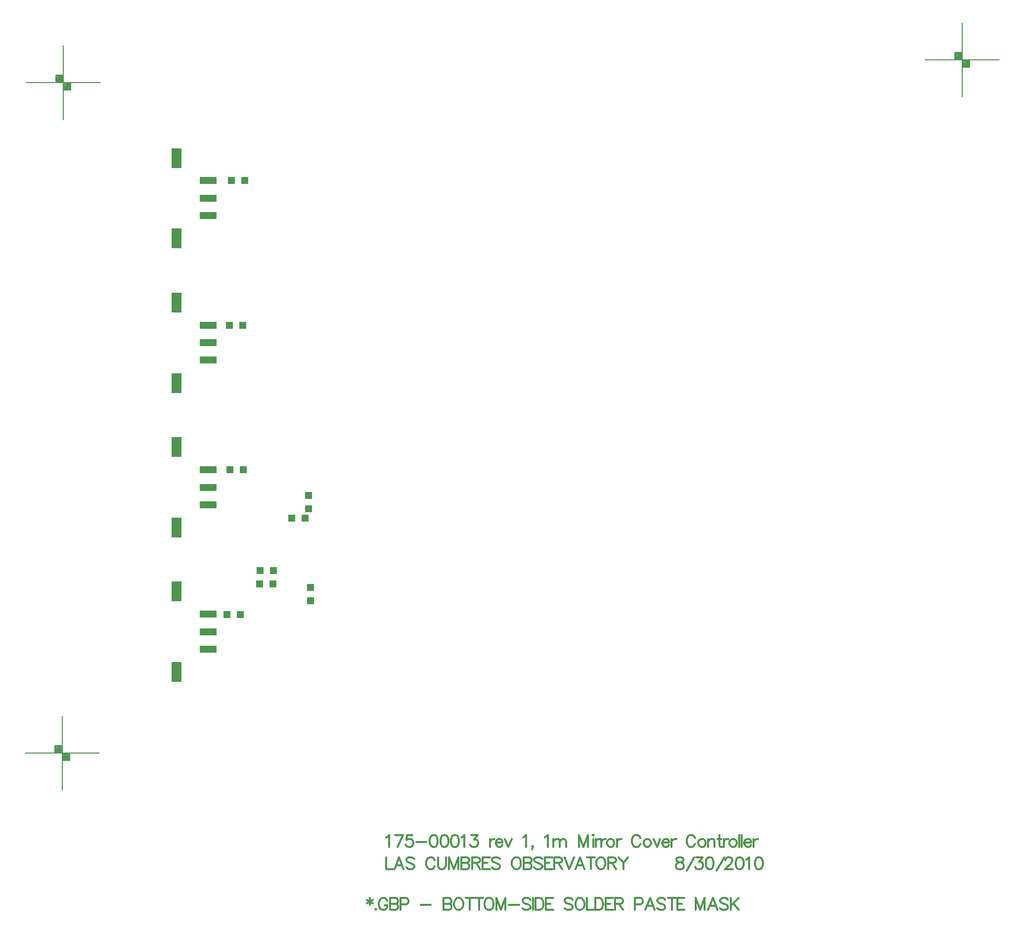
<source format=gbp>
%FSLAX23Y23*%
%MOIN*%
G70*
G01*
G75*
G04 Layer_Color=128*
%ADD10R,0.070X0.135*%
%ADD11R,0.135X0.070*%
%ADD12R,0.050X0.050*%
%ADD13O,0.028X0.098*%
%ADD14R,0.085X0.138*%
%ADD15R,0.085X0.043*%
%ADD16R,0.085X0.043*%
%ADD17R,0.078X0.048*%
%ADD18R,0.094X0.130*%
%ADD19R,0.050X0.050*%
%ADD20R,0.087X0.059*%
%ADD21O,0.024X0.010*%
%ADD22R,0.065X0.094*%
%ADD23R,0.035X0.053*%
%ADD24R,0.053X0.053*%
%ADD25R,0.063X0.075*%
%ADD26O,0.027X0.010*%
%ADD27R,0.036X0.036*%
%ADD28R,0.079X0.209*%
%ADD29R,0.115X0.050*%
%ADD30R,0.065X0.135*%
%ADD31R,0.098X0.268*%
%ADD32R,0.025X0.100*%
%ADD33R,0.057X0.012*%
%ADD34R,0.025X0.185*%
%ADD35C,0.008*%
%ADD36C,0.012*%
%ADD37C,0.010*%
%ADD38C,0.020*%
%ADD39C,0.005*%
%ADD40C,0.100*%
%ADD41C,0.030*%
%ADD42C,0.050*%
%ADD43C,0.025*%
%ADD44C,0.012*%
%ADD45C,0.012*%
%ADD46C,0.020*%
%ADD47R,0.059X0.059*%
%ADD48C,0.059*%
%ADD49C,0.087*%
%ADD50R,0.087X0.087*%
%ADD51C,0.079*%
%ADD52C,0.157*%
%ADD53C,0.060*%
%ADD54C,0.039*%
%ADD55C,0.200*%
%ADD56C,0.059*%
%ADD57R,0.059X0.059*%
%ADD58C,0.063*%
%ADD59C,0.116*%
%ADD60C,0.065*%
%ADD61C,0.100*%
%ADD62C,0.024*%
%ADD63C,0.026*%
%ADD64C,0.050*%
%ADD65C,0.040*%
%ADD66C,0.075*%
%ADD67C,0.087*%
%ADD68C,0.076*%
%ADD69C,0.131*%
%ADD70C,0.070*%
G04:AMPARAMS|DCode=71|XSize=90mil|YSize=90mil|CornerRadius=0mil|HoleSize=0mil|Usage=FLASHONLY|Rotation=0.000|XOffset=0mil|YOffset=0mil|HoleType=Round|Shape=Relief|Width=10mil|Gap=10mil|Entries=4|*
%AMTHD71*
7,0,0,0.090,0.070,0.010,45*
%
%ADD71THD71*%
%ADD72C,0.080*%
%ADD73C,0.131*%
%ADD74C,0.075*%
%ADD75C,0.168*%
%ADD76C,0.080*%
%ADD77C,0.103*%
G04:AMPARAMS|DCode=78|XSize=110mil|YSize=110mil|CornerRadius=0mil|HoleSize=0mil|Usage=FLASHONLY|Rotation=0.000|XOffset=0mil|YOffset=0mil|HoleType=Round|Shape=Relief|Width=10mil|Gap=10mil|Entries=4|*
%AMTHD78*
7,0,0,0.110,0.090,0.010,45*
%
%ADD78THD78*%
G04:AMPARAMS|DCode=79|XSize=70mil|YSize=70mil|CornerRadius=0mil|HoleSize=0mil|Usage=FLASHONLY|Rotation=0.000|XOffset=0mil|YOffset=0mil|HoleType=Round|Shape=Relief|Width=10mil|Gap=10mil|Entries=4|*
%AMTHD79*
7,0,0,0.070,0.050,0.010,45*
%
%ADD79THD79*%
%ADD80C,0.053*%
G04:AMPARAMS|DCode=81|XSize=120mil|YSize=120mil|CornerRadius=0mil|HoleSize=0mil|Usage=FLASHONLY|Rotation=0.000|XOffset=0mil|YOffset=0mil|HoleType=Round|Shape=Relief|Width=10mil|Gap=10mil|Entries=4|*
%AMTHD81*
7,0,0,0.120,0.100,0.010,45*
%
%ADD81THD81*%
%ADD82C,0.068*%
G04:AMPARAMS|DCode=83|XSize=95.433mil|YSize=95.433mil|CornerRadius=0mil|HoleSize=0mil|Usage=FLASHONLY|Rotation=0.000|XOffset=0mil|YOffset=0mil|HoleType=Round|Shape=Relief|Width=10mil|Gap=10mil|Entries=4|*
%AMTHD83*
7,0,0,0.095,0.075,0.010,45*
%
%ADD83THD83*%
G04:AMPARAMS|DCode=84|XSize=107.244mil|YSize=107.244mil|CornerRadius=0mil|HoleSize=0mil|Usage=FLASHONLY|Rotation=0.000|XOffset=0mil|YOffset=0mil|HoleType=Round|Shape=Relief|Width=10mil|Gap=10mil|Entries=4|*
%AMTHD84*
7,0,0,0.107,0.087,0.010,45*
%
%ADD84THD84*%
G04:AMPARAMS|DCode=85|XSize=96.221mil|YSize=96.221mil|CornerRadius=0mil|HoleSize=0mil|Usage=FLASHONLY|Rotation=0.000|XOffset=0mil|YOffset=0mil|HoleType=Round|Shape=Relief|Width=10mil|Gap=10mil|Entries=4|*
%AMTHD85*
7,0,0,0.096,0.076,0.010,45*
%
%ADD85THD85*%
G04:AMPARAMS|DCode=86|XSize=150.551mil|YSize=150.551mil|CornerRadius=0mil|HoleSize=0mil|Usage=FLASHONLY|Rotation=0.000|XOffset=0mil|YOffset=0mil|HoleType=Round|Shape=Relief|Width=10mil|Gap=10mil|Entries=4|*
%AMTHD86*
7,0,0,0.151,0.131,0.010,45*
%
%ADD86THD86*%
G04:AMPARAMS|DCode=87|XSize=100mil|YSize=100mil|CornerRadius=0mil|HoleSize=0mil|Usage=FLASHONLY|Rotation=0.000|XOffset=0mil|YOffset=0mil|HoleType=Round|Shape=Relief|Width=10mil|Gap=10mil|Entries=4|*
%AMTHD87*
7,0,0,0.100,0.080,0.010,45*
%
%ADD87THD87*%
G04:AMPARAMS|DCode=88|XSize=123mil|YSize=123mil|CornerRadius=0mil|HoleSize=0mil|Usage=FLASHONLY|Rotation=0.000|XOffset=0mil|YOffset=0mil|HoleType=Round|Shape=Relief|Width=10mil|Gap=10mil|Entries=4|*
%AMTHD88*
7,0,0,0.123,0.103,0.010,45*
%
%ADD88THD88*%
%ADD89C,0.090*%
G04:AMPARAMS|DCode=90|XSize=72.992mil|YSize=72.992mil|CornerRadius=0mil|HoleSize=0mil|Usage=FLASHONLY|Rotation=0.000|XOffset=0mil|YOffset=0mil|HoleType=Round|Shape=Relief|Width=10mil|Gap=10mil|Entries=4|*
%AMTHD90*
7,0,0,0.073,0.053,0.010,45*
%
%ADD90THD90*%
G04:AMPARAMS|DCode=91|XSize=88mil|YSize=88mil|CornerRadius=0mil|HoleSize=0mil|Usage=FLASHONLY|Rotation=0.000|XOffset=0mil|YOffset=0mil|HoleType=Round|Shape=Relief|Width=10mil|Gap=10mil|Entries=4|*
%AMTHD91*
7,0,0,0.088,0.068,0.010,45*
%
%ADD91THD91*%
%ADD92C,0.010*%
%ADD93C,0.010*%
%ADD94C,0.020*%
%ADD95C,0.008*%
%ADD96C,0.007*%
%ADD97C,0.006*%
%ADD98R,0.136X0.162*%
%ADD99R,0.078X0.143*%
%ADD100R,0.143X0.078*%
%ADD101R,0.058X0.058*%
%ADD102O,0.036X0.106*%
%ADD103R,0.093X0.146*%
%ADD104R,0.093X0.051*%
%ADD105R,0.093X0.051*%
%ADD106R,0.086X0.056*%
%ADD107R,0.102X0.138*%
%ADD108R,0.058X0.058*%
%ADD109R,0.095X0.067*%
%ADD110O,0.032X0.018*%
%ADD111R,0.073X0.102*%
%ADD112R,0.043X0.061*%
%ADD113R,0.061X0.061*%
%ADD114R,0.071X0.083*%
%ADD115O,0.035X0.018*%
%ADD116R,0.044X0.044*%
%ADD117R,0.087X0.217*%
%ADD118R,0.123X0.058*%
%ADD119R,0.073X0.143*%
%ADD120R,0.106X0.276*%
%ADD121R,0.033X0.108*%
%ADD122R,0.061X0.016*%
%ADD123R,0.033X0.193*%
%ADD124C,0.028*%
%ADD125R,0.067X0.067*%
%ADD126C,0.067*%
%ADD127C,0.095*%
%ADD128R,0.095X0.095*%
%ADD129C,0.087*%
%ADD130C,0.165*%
%ADD131C,0.047*%
%ADD132C,0.208*%
%ADD133C,0.067*%
%ADD134R,0.067X0.067*%
%ADD135C,0.071*%
%ADD136C,0.124*%
%ADD137C,0.073*%
%ADD138C,0.108*%
%ADD139C,0.032*%
%ADD140C,0.058*%
%ADD141C,0.034*%
D12*
X12461Y12983D02*
D03*
X12551D02*
D03*
X12475Y13959D02*
D03*
X12565D02*
D03*
X12465Y12009D02*
D03*
X12555D02*
D03*
X12445Y11034D02*
D03*
X12535D02*
D03*
X12757Y11328D02*
D03*
X12667D02*
D03*
X12662Y11240D02*
D03*
X12752D02*
D03*
X12970Y11682D02*
D03*
X12880D02*
D03*
D19*
X13007Y11125D02*
D03*
Y11215D02*
D03*
X12995Y11837D02*
D03*
Y11747D02*
D03*
D29*
X12318Y13958D02*
D03*
Y13840D02*
D03*
Y13722D02*
D03*
Y12984D02*
D03*
Y12866D02*
D03*
Y12748D02*
D03*
Y12009D02*
D03*
Y11891D02*
D03*
Y11773D02*
D03*
Y11035D02*
D03*
Y10917D02*
D03*
Y10799D02*
D03*
D30*
X12102Y14111D02*
D03*
Y13569D02*
D03*
Y13137D02*
D03*
Y12594D02*
D03*
Y12162D02*
D03*
Y11620D02*
D03*
Y11188D02*
D03*
Y10646D02*
D03*
D35*
X17370Y14798D02*
X17380D01*
X17370Y14793D02*
Y14803D01*
Y14793D02*
X17380Y14793D01*
X17380Y14803D01*
X17370D02*
X17380D01*
X17365Y14788D02*
Y14803D01*
Y14788D02*
X17385D01*
Y14808D01*
X17365Y14808D02*
X17385Y14808D01*
X17360Y14783D02*
Y14808D01*
Y14783D02*
X17390D01*
Y14813D01*
X17360D02*
X17390D01*
X17355Y14778D02*
Y14818D01*
Y14778D02*
X17395D01*
Y14818D01*
X17355D02*
X17395D01*
X17420Y14748D02*
X17430D01*
X17420Y14743D02*
X17420Y14753D01*
X17420Y14743D02*
X17430D01*
Y14753D01*
X17420Y14753D02*
X17430Y14753D01*
X17415Y14738D02*
Y14753D01*
Y14738D02*
X17435Y14738D01*
X17435Y14758D02*
X17435Y14738D01*
X17415Y14758D02*
X17435D01*
X17410Y14733D02*
Y14758D01*
Y14733D02*
X17440D01*
Y14763D01*
X17410D02*
X17440D01*
X17405Y14728D02*
Y14768D01*
Y14728D02*
X17445D01*
Y14768D01*
X17405D02*
X17445D01*
X17400Y14723D02*
X17450Y14723D01*
X17450Y14773D02*
X17450Y14723D01*
X17350Y14823D02*
X17400Y14823D01*
X17350Y14823D02*
X17350Y14773D01*
X17400Y14523D02*
Y15023D01*
X17150Y14773D02*
X17650D01*
X11302Y10123D02*
X11312D01*
X11302Y10118D02*
Y10128D01*
Y10118D02*
X11312D01*
Y10128D01*
X11302D02*
X11312D01*
X11297Y10113D02*
Y10128D01*
Y10113D02*
X11317D01*
Y10133D01*
X11297D02*
X11317D01*
X11292Y10108D02*
Y10133D01*
Y10108D02*
X11322D01*
Y10138D01*
X11292D02*
X11322D01*
X11287Y10103D02*
Y10143D01*
Y10103D02*
X11327D01*
Y10143D01*
X11287D02*
X11327D01*
X11352Y10073D02*
X11362D01*
X11352Y10068D02*
Y10078D01*
Y10068D02*
X11362D01*
Y10078D01*
X11352D02*
X11362D01*
X11347Y10063D02*
Y10078D01*
Y10063D02*
X11367D01*
Y10083D01*
X11347D02*
X11367D01*
X11342Y10058D02*
Y10083D01*
Y10058D02*
X11372D01*
Y10088D01*
X11342D02*
X11372D01*
X11337Y10053D02*
Y10093D01*
Y10053D02*
X11377D01*
Y10093D01*
X11337D02*
X11377D01*
X11332Y10048D02*
X11382D01*
Y10098D01*
X11282Y10148D02*
X11332D01*
X11282Y10098D02*
Y10148D01*
X11332Y9848D02*
Y10348D01*
X11082Y10098D02*
X11582D01*
X11311Y14643D02*
X11321D01*
X11311Y14638D02*
Y14648D01*
Y14638D02*
X11321D01*
Y14648D01*
X11311D02*
X11321D01*
X11306Y14633D02*
Y14648D01*
Y14633D02*
X11326D01*
Y14653D01*
X11306D02*
X11326D01*
X11301Y14628D02*
Y14653D01*
Y14628D02*
X11331D01*
Y14658D01*
X11301D02*
X11331D01*
X11296Y14623D02*
Y14663D01*
Y14623D02*
X11336D01*
Y14663D01*
X11296D02*
X11336D01*
X11361Y14593D02*
X11371D01*
X11361Y14588D02*
Y14598D01*
Y14588D02*
X11371D01*
Y14598D01*
X11361D02*
X11371D01*
X11356Y14583D02*
Y14598D01*
Y14583D02*
X11376D01*
Y14603D01*
X11356D02*
X11376D01*
X11351Y14578D02*
Y14603D01*
Y14578D02*
X11381D01*
Y14608D01*
X11351D02*
X11381D01*
X11346Y14573D02*
Y14613D01*
Y14573D02*
X11386D01*
Y14613D01*
X11346D02*
X11386D01*
X11341Y14568D02*
X11391D01*
Y14618D01*
X11291Y14668D02*
X11341D01*
X11291Y14618D02*
Y14668D01*
X11341Y14368D02*
Y14868D01*
X11091Y14618D02*
X11591D01*
D36*
X13407Y9122D02*
Y9076D01*
X13388Y9110D02*
X13426Y9087D01*
Y9110D02*
X13388Y9087D01*
X13447Y9049D02*
X13443Y9045D01*
X13447Y9042D01*
X13450Y9045D01*
X13447Y9049D01*
X13525Y9103D02*
X13521Y9110D01*
X13514Y9118D01*
X13506Y9122D01*
X13491D01*
X13483Y9118D01*
X13475Y9110D01*
X13472Y9103D01*
X13468Y9091D01*
Y9072D01*
X13472Y9061D01*
X13475Y9053D01*
X13483Y9045D01*
X13491Y9042D01*
X13506D01*
X13514Y9045D01*
X13521Y9053D01*
X13525Y9061D01*
Y9072D01*
X13506D02*
X13525D01*
X13543Y9122D02*
Y9042D01*
Y9122D02*
X13578D01*
X13589Y9118D01*
X13593Y9114D01*
X13597Y9106D01*
Y9099D01*
X13593Y9091D01*
X13589Y9087D01*
X13578Y9084D01*
X13543D02*
X13578D01*
X13589Y9080D01*
X13593Y9076D01*
X13597Y9068D01*
Y9057D01*
X13593Y9049D01*
X13589Y9045D01*
X13578Y9042D01*
X13543D01*
X13615Y9080D02*
X13649D01*
X13660Y9084D01*
X13664Y9087D01*
X13668Y9095D01*
Y9106D01*
X13664Y9114D01*
X13660Y9118D01*
X13649Y9122D01*
X13615D01*
Y9042D01*
X13749Y9076D02*
X13817D01*
X13904Y9122D02*
Y9042D01*
Y9122D02*
X13938D01*
X13949Y9118D01*
X13953Y9114D01*
X13957Y9106D01*
Y9099D01*
X13953Y9091D01*
X13949Y9087D01*
X13938Y9084D01*
X13904D02*
X13938D01*
X13949Y9080D01*
X13953Y9076D01*
X13957Y9068D01*
Y9057D01*
X13953Y9049D01*
X13949Y9045D01*
X13938Y9042D01*
X13904D01*
X13998Y9122D02*
X13990Y9118D01*
X13982Y9110D01*
X13979Y9103D01*
X13975Y9091D01*
Y9072D01*
X13979Y9061D01*
X13982Y9053D01*
X13990Y9045D01*
X13998Y9042D01*
X14013D01*
X14021Y9045D01*
X14028Y9053D01*
X14032Y9061D01*
X14036Y9072D01*
Y9091D01*
X14032Y9103D01*
X14028Y9110D01*
X14021Y9118D01*
X14013Y9122D01*
X13998D01*
X14081D02*
Y9042D01*
X14054Y9122D02*
X14108D01*
X14144D02*
Y9042D01*
X14117Y9122D02*
X14171D01*
X14203D02*
X14195Y9118D01*
X14188Y9110D01*
X14184Y9103D01*
X14180Y9091D01*
Y9072D01*
X14184Y9061D01*
X14188Y9053D01*
X14195Y9045D01*
X14203Y9042D01*
X14218D01*
X14226Y9045D01*
X14233Y9053D01*
X14237Y9061D01*
X14241Y9072D01*
Y9091D01*
X14237Y9103D01*
X14233Y9110D01*
X14226Y9118D01*
X14218Y9122D01*
X14203D01*
X14260D02*
Y9042D01*
Y9122D02*
X14290Y9042D01*
X14321Y9122D02*
X14290Y9042D01*
X14321Y9122D02*
Y9042D01*
X14343Y9076D02*
X14412D01*
X14489Y9110D02*
X14481Y9118D01*
X14470Y9122D01*
X14455D01*
X14443Y9118D01*
X14436Y9110D01*
Y9103D01*
X14439Y9095D01*
X14443Y9091D01*
X14451Y9087D01*
X14474Y9080D01*
X14481Y9076D01*
X14485Y9072D01*
X14489Y9064D01*
Y9053D01*
X14481Y9045D01*
X14470Y9042D01*
X14455D01*
X14443Y9045D01*
X14436Y9053D01*
X14507Y9122D02*
Y9042D01*
X14524Y9122D02*
Y9042D01*
Y9122D02*
X14550D01*
X14562Y9118D01*
X14569Y9110D01*
X14573Y9103D01*
X14577Y9091D01*
Y9072D01*
X14573Y9061D01*
X14569Y9053D01*
X14562Y9045D01*
X14550Y9042D01*
X14524D01*
X14644Y9122D02*
X14595D01*
Y9042D01*
X14644D01*
X14595Y9084D02*
X14625D01*
X14774Y9110D02*
X14766Y9118D01*
X14755Y9122D01*
X14740D01*
X14728Y9118D01*
X14721Y9110D01*
Y9103D01*
X14724Y9095D01*
X14728Y9091D01*
X14736Y9087D01*
X14759Y9080D01*
X14766Y9076D01*
X14770Y9072D01*
X14774Y9064D01*
Y9053D01*
X14766Y9045D01*
X14755Y9042D01*
X14740D01*
X14728Y9045D01*
X14721Y9053D01*
X14815Y9122D02*
X14807Y9118D01*
X14799Y9110D01*
X14796Y9103D01*
X14792Y9091D01*
Y9072D01*
X14796Y9061D01*
X14799Y9053D01*
X14807Y9045D01*
X14815Y9042D01*
X14830D01*
X14837Y9045D01*
X14845Y9053D01*
X14849Y9061D01*
X14853Y9072D01*
Y9091D01*
X14849Y9103D01*
X14845Y9110D01*
X14837Y9118D01*
X14830Y9122D01*
X14815D01*
X14871D02*
Y9042D01*
X14917D01*
X14926Y9122D02*
Y9042D01*
Y9122D02*
X14953D01*
X14964Y9118D01*
X14972Y9110D01*
X14975Y9103D01*
X14979Y9091D01*
Y9072D01*
X14975Y9061D01*
X14972Y9053D01*
X14964Y9045D01*
X14953Y9042D01*
X14926D01*
X15047Y9122D02*
X14997D01*
Y9042D01*
X15047D01*
X14997Y9084D02*
X15028D01*
X15060Y9122D02*
Y9042D01*
Y9122D02*
X15094D01*
X15106Y9118D01*
X15109Y9114D01*
X15113Y9106D01*
Y9099D01*
X15109Y9091D01*
X15106Y9087D01*
X15094Y9084D01*
X15060D01*
X15087D02*
X15113Y9042D01*
X15194Y9080D02*
X15228D01*
X15240Y9084D01*
X15243Y9087D01*
X15247Y9095D01*
Y9106D01*
X15243Y9114D01*
X15240Y9118D01*
X15228Y9122D01*
X15194D01*
Y9042D01*
X15326D02*
X15296Y9122D01*
X15265Y9042D01*
X15277Y9068D02*
X15315D01*
X15398Y9110D02*
X15391Y9118D01*
X15379Y9122D01*
X15364D01*
X15352Y9118D01*
X15345Y9110D01*
Y9103D01*
X15349Y9095D01*
X15352Y9091D01*
X15360Y9087D01*
X15383Y9080D01*
X15391Y9076D01*
X15394Y9072D01*
X15398Y9064D01*
Y9053D01*
X15391Y9045D01*
X15379Y9042D01*
X15364D01*
X15352Y9045D01*
X15345Y9053D01*
X15443Y9122D02*
Y9042D01*
X15416Y9122D02*
X15469D01*
X15528D02*
X15479D01*
Y9042D01*
X15528D01*
X15479Y9084D02*
X15509D01*
X15605Y9122D02*
Y9042D01*
Y9122D02*
X15635Y9042D01*
X15665Y9122D02*
X15635Y9042D01*
X15665Y9122D02*
Y9042D01*
X15749D02*
X15719Y9122D01*
X15688Y9042D01*
X15700Y9068D02*
X15738D01*
X15821Y9110D02*
X15814Y9118D01*
X15802Y9122D01*
X15787D01*
X15776Y9118D01*
X15768Y9110D01*
Y9103D01*
X15772Y9095D01*
X15776Y9091D01*
X15783Y9087D01*
X15806Y9080D01*
X15814Y9076D01*
X15817Y9072D01*
X15821Y9064D01*
Y9053D01*
X15814Y9045D01*
X15802Y9042D01*
X15787D01*
X15776Y9045D01*
X15768Y9053D01*
X15839Y9122D02*
Y9042D01*
X15892Y9122D02*
X15839Y9068D01*
X15858Y9087D02*
X15892Y9042D01*
X13518Y9531D02*
X13526Y9535D01*
X13537Y9546D01*
Y9466D01*
X13630Y9546D02*
X13592Y9466D01*
X13577Y9546D02*
X13630D01*
X13694D02*
X13656D01*
X13652Y9512D01*
X13656Y9516D01*
X13667Y9520D01*
X13679D01*
X13690Y9516D01*
X13698Y9508D01*
X13701Y9497D01*
Y9489D01*
X13698Y9478D01*
X13690Y9470D01*
X13679Y9466D01*
X13667D01*
X13656Y9470D01*
X13652Y9474D01*
X13648Y9482D01*
X13719Y9501D02*
X13788D01*
X13834Y9546D02*
X13823Y9543D01*
X13815Y9531D01*
X13811Y9512D01*
Y9501D01*
X13815Y9482D01*
X13823Y9470D01*
X13834Y9466D01*
X13842D01*
X13853Y9470D01*
X13861Y9482D01*
X13865Y9501D01*
Y9512D01*
X13861Y9531D01*
X13853Y9543D01*
X13842Y9546D01*
X13834D01*
X13906D02*
X13894Y9543D01*
X13886Y9531D01*
X13883Y9512D01*
Y9501D01*
X13886Y9482D01*
X13894Y9470D01*
X13906Y9466D01*
X13913D01*
X13925Y9470D01*
X13932Y9482D01*
X13936Y9501D01*
Y9512D01*
X13932Y9531D01*
X13925Y9543D01*
X13913Y9546D01*
X13906D01*
X13977D02*
X13965Y9543D01*
X13958Y9531D01*
X13954Y9512D01*
Y9501D01*
X13958Y9482D01*
X13965Y9470D01*
X13977Y9466D01*
X13984D01*
X13996Y9470D01*
X14003Y9482D01*
X14007Y9501D01*
Y9512D01*
X14003Y9531D01*
X13996Y9543D01*
X13984Y9546D01*
X13977D01*
X14025Y9531D02*
X14033Y9535D01*
X14044Y9546D01*
Y9466D01*
X14091Y9546D02*
X14133D01*
X14110Y9516D01*
X14122D01*
X14129Y9512D01*
X14133Y9508D01*
X14137Y9497D01*
Y9489D01*
X14133Y9478D01*
X14126Y9470D01*
X14114Y9466D01*
X14103D01*
X14091Y9470D01*
X14088Y9474D01*
X14084Y9482D01*
X14218Y9520D02*
Y9466D01*
Y9497D02*
X14222Y9508D01*
X14229Y9516D01*
X14237Y9520D01*
X14248D01*
X14256Y9497D02*
X14301D01*
Y9504D01*
X14297Y9512D01*
X14294Y9516D01*
X14286Y9520D01*
X14275D01*
X14267Y9516D01*
X14259Y9508D01*
X14256Y9497D01*
Y9489D01*
X14259Y9478D01*
X14267Y9470D01*
X14275Y9466D01*
X14286D01*
X14294Y9470D01*
X14301Y9478D01*
X14318Y9520D02*
X14341Y9466D01*
X14364Y9520D02*
X14341Y9466D01*
X14440Y9531D02*
X14447Y9535D01*
X14459Y9546D01*
Y9466D01*
X14506Y9470D02*
X14502Y9466D01*
X14499Y9470D01*
X14502Y9474D01*
X14506Y9470D01*
Y9463D01*
X14502Y9455D01*
X14499Y9451D01*
X14587Y9531D02*
X14594Y9535D01*
X14606Y9546D01*
Y9466D01*
X14645Y9520D02*
Y9466D01*
Y9504D02*
X14657Y9516D01*
X14664Y9520D01*
X14676D01*
X14683Y9516D01*
X14687Y9504D01*
Y9466D01*
Y9504D02*
X14698Y9516D01*
X14706Y9520D01*
X14718D01*
X14725Y9516D01*
X14729Y9504D01*
Y9466D01*
X14817Y9546D02*
Y9466D01*
Y9546D02*
X14847Y9466D01*
X14878Y9546D02*
X14847Y9466D01*
X14878Y9546D02*
Y9466D01*
X14908Y9546D02*
X14912Y9543D01*
X14916Y9546D01*
X14912Y9550D01*
X14908Y9546D01*
X14912Y9520D02*
Y9466D01*
X14930Y9520D02*
Y9466D01*
Y9497D02*
X14934Y9508D01*
X14941Y9516D01*
X14949Y9520D01*
X14961D01*
X14968D02*
Y9466D01*
Y9497D02*
X14972Y9508D01*
X14979Y9516D01*
X14987Y9520D01*
X14998D01*
X15025D02*
X15017Y9516D01*
X15009Y9508D01*
X15005Y9497D01*
Y9489D01*
X15009Y9478D01*
X15017Y9470D01*
X15025Y9466D01*
X15036D01*
X15044Y9470D01*
X15051Y9478D01*
X15055Y9489D01*
Y9497D01*
X15051Y9508D01*
X15044Y9516D01*
X15036Y9520D01*
X15025D01*
X15073D02*
Y9466D01*
Y9497D02*
X15076Y9508D01*
X15084Y9516D01*
X15092Y9520D01*
X15103D01*
X15230Y9527D02*
X15226Y9535D01*
X15219Y9543D01*
X15211Y9546D01*
X15196D01*
X15188Y9543D01*
X15181Y9535D01*
X15177Y9527D01*
X15173Y9516D01*
Y9497D01*
X15177Y9485D01*
X15181Y9478D01*
X15188Y9470D01*
X15196Y9466D01*
X15211D01*
X15219Y9470D01*
X15226Y9478D01*
X15230Y9485D01*
X15272Y9520D02*
X15264Y9516D01*
X15256Y9508D01*
X15253Y9497D01*
Y9489D01*
X15256Y9478D01*
X15264Y9470D01*
X15272Y9466D01*
X15283D01*
X15291Y9470D01*
X15298Y9478D01*
X15302Y9489D01*
Y9497D01*
X15298Y9508D01*
X15291Y9516D01*
X15283Y9520D01*
X15272D01*
X15320D02*
X15343Y9466D01*
X15365Y9520D02*
X15343Y9466D01*
X15378Y9497D02*
X15424D01*
Y9504D01*
X15420Y9512D01*
X15416Y9516D01*
X15409Y9520D01*
X15397D01*
X15390Y9516D01*
X15382Y9508D01*
X15378Y9497D01*
Y9489D01*
X15382Y9478D01*
X15390Y9470D01*
X15397Y9466D01*
X15409D01*
X15416Y9470D01*
X15424Y9478D01*
X15441Y9520D02*
Y9466D01*
Y9497D02*
X15445Y9508D01*
X15453Y9516D01*
X15460Y9520D01*
X15472D01*
X15599Y9527D02*
X15595Y9535D01*
X15587Y9543D01*
X15580Y9546D01*
X15565D01*
X15557Y9543D01*
X15549Y9535D01*
X15546Y9527D01*
X15542Y9516D01*
Y9497D01*
X15546Y9485D01*
X15549Y9478D01*
X15557Y9470D01*
X15565Y9466D01*
X15580D01*
X15587Y9470D01*
X15595Y9478D01*
X15599Y9485D01*
X15640Y9520D02*
X15633Y9516D01*
X15625Y9508D01*
X15621Y9497D01*
Y9489D01*
X15625Y9478D01*
X15633Y9470D01*
X15640Y9466D01*
X15652D01*
X15659Y9470D01*
X15667Y9478D01*
X15671Y9489D01*
Y9497D01*
X15667Y9508D01*
X15659Y9516D01*
X15652Y9520D01*
X15640D01*
X15688D02*
Y9466D01*
Y9504D02*
X15700Y9516D01*
X15707Y9520D01*
X15719D01*
X15726Y9516D01*
X15730Y9504D01*
Y9466D01*
X15763Y9546D02*
Y9482D01*
X15766Y9470D01*
X15774Y9466D01*
X15782D01*
X15751Y9520D02*
X15778D01*
X15793D02*
Y9466D01*
Y9497D02*
X15797Y9508D01*
X15805Y9516D01*
X15812Y9520D01*
X15824D01*
X15850D02*
X15842Y9516D01*
X15835Y9508D01*
X15831Y9497D01*
Y9489D01*
X15835Y9478D01*
X15842Y9470D01*
X15850Y9466D01*
X15861D01*
X15869Y9470D01*
X15877Y9478D01*
X15880Y9489D01*
Y9497D01*
X15877Y9508D01*
X15869Y9516D01*
X15861Y9520D01*
X15850D01*
X15898Y9546D02*
Y9466D01*
X15915Y9546D02*
Y9466D01*
X15931Y9497D02*
X15977D01*
Y9504D01*
X15973Y9512D01*
X15969Y9516D01*
X15962Y9520D01*
X15950D01*
X15943Y9516D01*
X15935Y9508D01*
X15931Y9497D01*
Y9489D01*
X15935Y9478D01*
X15943Y9470D01*
X15950Y9466D01*
X15962D01*
X15969Y9470D01*
X15977Y9478D01*
X15994Y9520D02*
Y9466D01*
Y9497D02*
X15998Y9508D01*
X16006Y9516D01*
X16013Y9520D01*
X16025D01*
D45*
X13518Y9396D02*
Y9316D01*
X13564D01*
X13634D02*
X13603Y9396D01*
X13573Y9316D01*
X13584Y9343D02*
X13622D01*
X13706Y9385D02*
X13698Y9393D01*
X13687Y9396D01*
X13671D01*
X13660Y9393D01*
X13652Y9385D01*
Y9377D01*
X13656Y9370D01*
X13660Y9366D01*
X13667Y9362D01*
X13690Y9354D01*
X13698Y9351D01*
X13702Y9347D01*
X13706Y9339D01*
Y9328D01*
X13698Y9320D01*
X13687Y9316D01*
X13671D01*
X13660Y9320D01*
X13652Y9328D01*
X13843Y9377D02*
X13840Y9385D01*
X13832Y9393D01*
X13824Y9396D01*
X13809D01*
X13802Y9393D01*
X13794Y9385D01*
X13790Y9377D01*
X13786Y9366D01*
Y9347D01*
X13790Y9335D01*
X13794Y9328D01*
X13802Y9320D01*
X13809Y9316D01*
X13824D01*
X13832Y9320D01*
X13840Y9328D01*
X13843Y9335D01*
X13866Y9396D02*
Y9339D01*
X13870Y9328D01*
X13877Y9320D01*
X13889Y9316D01*
X13896D01*
X13908Y9320D01*
X13915Y9328D01*
X13919Y9339D01*
Y9396D01*
X13941D02*
Y9316D01*
Y9396D02*
X13972Y9316D01*
X14002Y9396D02*
X13972Y9316D01*
X14002Y9396D02*
Y9316D01*
X14025Y9396D02*
Y9316D01*
Y9396D02*
X14059D01*
X14071Y9393D01*
X14075Y9389D01*
X14078Y9381D01*
Y9373D01*
X14075Y9366D01*
X14071Y9362D01*
X14059Y9358D01*
X14025D02*
X14059D01*
X14071Y9354D01*
X14075Y9351D01*
X14078Y9343D01*
Y9332D01*
X14075Y9324D01*
X14071Y9320D01*
X14059Y9316D01*
X14025D01*
X14096Y9396D02*
Y9316D01*
Y9396D02*
X14131D01*
X14142Y9393D01*
X14146Y9389D01*
X14150Y9381D01*
Y9373D01*
X14146Y9366D01*
X14142Y9362D01*
X14131Y9358D01*
X14096D01*
X14123D02*
X14150Y9316D01*
X14217Y9396D02*
X14168D01*
Y9316D01*
X14217D01*
X14168Y9358D02*
X14198D01*
X14284Y9385D02*
X14276Y9393D01*
X14265Y9396D01*
X14249D01*
X14238Y9393D01*
X14230Y9385D01*
Y9377D01*
X14234Y9370D01*
X14238Y9366D01*
X14246Y9362D01*
X14268Y9354D01*
X14276Y9351D01*
X14280Y9347D01*
X14284Y9339D01*
Y9328D01*
X14276Y9320D01*
X14265Y9316D01*
X14249D01*
X14238Y9320D01*
X14230Y9328D01*
X14387Y9396D02*
X14380Y9393D01*
X14372Y9385D01*
X14368Y9377D01*
X14364Y9366D01*
Y9347D01*
X14368Y9335D01*
X14372Y9328D01*
X14380Y9320D01*
X14387Y9316D01*
X14403D01*
X14410Y9320D01*
X14418Y9328D01*
X14422Y9335D01*
X14425Y9347D01*
Y9366D01*
X14422Y9377D01*
X14418Y9385D01*
X14410Y9393D01*
X14403Y9396D01*
X14387D01*
X14444D02*
Y9316D01*
Y9396D02*
X14478D01*
X14490Y9393D01*
X14494Y9389D01*
X14497Y9381D01*
Y9373D01*
X14494Y9366D01*
X14490Y9362D01*
X14478Y9358D01*
X14444D02*
X14478D01*
X14490Y9354D01*
X14494Y9351D01*
X14497Y9343D01*
Y9332D01*
X14494Y9324D01*
X14490Y9320D01*
X14478Y9316D01*
X14444D01*
X14569Y9385D02*
X14561Y9393D01*
X14550Y9396D01*
X14534D01*
X14523Y9393D01*
X14515Y9385D01*
Y9377D01*
X14519Y9370D01*
X14523Y9366D01*
X14531Y9362D01*
X14553Y9354D01*
X14561Y9351D01*
X14565Y9347D01*
X14569Y9339D01*
Y9328D01*
X14561Y9320D01*
X14550Y9316D01*
X14534D01*
X14523Y9320D01*
X14515Y9328D01*
X14636Y9396D02*
X14587D01*
Y9316D01*
X14636D01*
X14587Y9358D02*
X14617D01*
X14649Y9396D02*
Y9316D01*
Y9396D02*
X14684D01*
X14695Y9393D01*
X14699Y9389D01*
X14703Y9381D01*
Y9373D01*
X14699Y9366D01*
X14695Y9362D01*
X14684Y9358D01*
X14649D01*
X14676D02*
X14703Y9316D01*
X14721Y9396D02*
X14751Y9316D01*
X14782Y9396D02*
X14751Y9316D01*
X14853D02*
X14822Y9396D01*
X14792Y9316D01*
X14803Y9343D02*
X14841D01*
X14898Y9396D02*
Y9316D01*
X14871Y9396D02*
X14925D01*
X14957D02*
X14949Y9393D01*
X14942Y9385D01*
X14938Y9377D01*
X14934Y9366D01*
Y9347D01*
X14938Y9335D01*
X14942Y9328D01*
X14949Y9320D01*
X14957Y9316D01*
X14972D01*
X14980Y9320D01*
X14988Y9328D01*
X14991Y9335D01*
X14995Y9347D01*
Y9366D01*
X14991Y9377D01*
X14988Y9385D01*
X14980Y9393D01*
X14972Y9396D01*
X14957D01*
X15014D02*
Y9316D01*
Y9396D02*
X15048D01*
X15060Y9393D01*
X15063Y9389D01*
X15067Y9381D01*
Y9373D01*
X15063Y9366D01*
X15060Y9362D01*
X15048Y9358D01*
X15014D01*
X15041D02*
X15067Y9316D01*
X15085Y9396D02*
X15116Y9358D01*
Y9316D01*
X15146Y9396D02*
X15116Y9358D01*
X15490Y9396D02*
X15478Y9393D01*
X15474Y9385D01*
Y9377D01*
X15478Y9370D01*
X15486Y9366D01*
X15501Y9362D01*
X15512Y9358D01*
X15520Y9351D01*
X15524Y9343D01*
Y9332D01*
X15520Y9324D01*
X15516Y9320D01*
X15505Y9316D01*
X15490D01*
X15478Y9320D01*
X15474Y9324D01*
X15471Y9332D01*
Y9343D01*
X15474Y9351D01*
X15482Y9358D01*
X15493Y9362D01*
X15509Y9366D01*
X15516Y9370D01*
X15520Y9377D01*
Y9385D01*
X15516Y9393D01*
X15505Y9396D01*
X15490D01*
X15542Y9305D02*
X15595Y9396D01*
X15608D02*
X15650D01*
X15627Y9366D01*
X15638D01*
X15646Y9362D01*
X15650Y9358D01*
X15654Y9347D01*
Y9339D01*
X15650Y9328D01*
X15642Y9320D01*
X15631Y9316D01*
X15619D01*
X15608Y9320D01*
X15604Y9324D01*
X15600Y9332D01*
X15694Y9396D02*
X15683Y9393D01*
X15675Y9381D01*
X15672Y9362D01*
Y9351D01*
X15675Y9332D01*
X15683Y9320D01*
X15694Y9316D01*
X15702D01*
X15714Y9320D01*
X15721Y9332D01*
X15725Y9351D01*
Y9362D01*
X15721Y9381D01*
X15714Y9393D01*
X15702Y9396D01*
X15694D01*
X15743Y9305D02*
X15796Y9396D01*
X15805Y9377D02*
Y9381D01*
X15809Y9389D01*
X15813Y9393D01*
X15821Y9396D01*
X15836D01*
X15843Y9393D01*
X15847Y9389D01*
X15851Y9381D01*
Y9373D01*
X15847Y9366D01*
X15840Y9354D01*
X15801Y9316D01*
X15855D01*
X15896Y9396D02*
X15884Y9393D01*
X15877Y9381D01*
X15873Y9362D01*
Y9351D01*
X15877Y9332D01*
X15884Y9320D01*
X15896Y9316D01*
X15903D01*
X15915Y9320D01*
X15922Y9332D01*
X15926Y9351D01*
Y9362D01*
X15922Y9381D01*
X15915Y9393D01*
X15903Y9396D01*
X15896D01*
X15944Y9381D02*
X15952Y9385D01*
X15963Y9396D01*
Y9316D01*
X16025Y9396D02*
X16014Y9393D01*
X16006Y9381D01*
X16003Y9362D01*
Y9351D01*
X16006Y9332D01*
X16014Y9320D01*
X16025Y9316D01*
X16033D01*
X16044Y9320D01*
X16052Y9332D01*
X16056Y9351D01*
Y9362D01*
X16052Y9381D01*
X16044Y9393D01*
X16033Y9396D01*
X16025D01*
M02*

</source>
